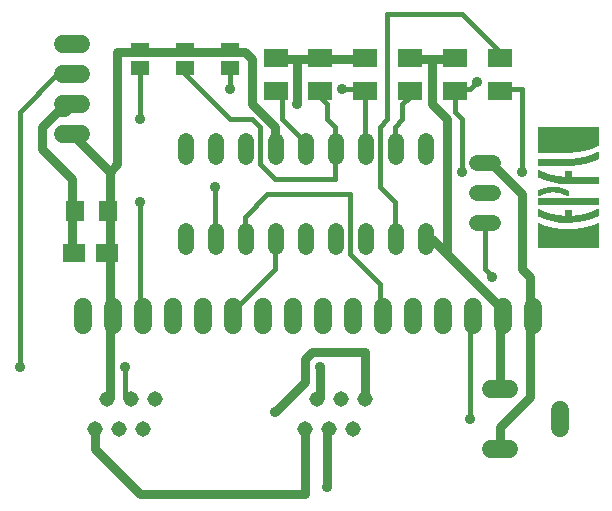
<source format=gtl>
G75*
G70*
%OFA0B0*%
%FSLAX24Y24*%
%IPPOS*%
%LPD*%
%AMOC8*
5,1,8,0,0,1.08239X$1,22.5*
%
%ADD10C,0.0010*%
%ADD11C,0.0520*%
%ADD12R,0.0787X0.0630*%
%ADD13R,0.0630X0.0460*%
%ADD14R,0.0768X0.0591*%
%ADD15R,0.0630X0.0709*%
%ADD16C,0.0600*%
%ADD17C,0.0515*%
%ADD18C,0.0594*%
%ADD19C,0.0315*%
%ADD20C,0.0350*%
%ADD21C,0.0157*%
D10*
X028858Y009464D02*
X028858Y010264D01*
X029094Y010178D01*
X029338Y010116D01*
X029587Y010078D01*
X029838Y010064D01*
X029878Y010064D01*
X030129Y010078D01*
X030378Y010116D01*
X030622Y010178D01*
X030858Y010264D01*
X030858Y009464D01*
X028858Y009464D01*
X028858Y009471D02*
X030858Y009471D01*
X030858Y009479D02*
X028858Y009479D01*
X028858Y009488D02*
X030858Y009488D01*
X030858Y009496D02*
X028858Y009496D01*
X028858Y009505D02*
X030858Y009505D01*
X030858Y009513D02*
X028858Y009513D01*
X028858Y009522D02*
X030858Y009522D01*
X030858Y009530D02*
X028858Y009530D01*
X028858Y009539D02*
X030858Y009539D01*
X030858Y009547D02*
X028858Y009547D01*
X028858Y009556D02*
X030858Y009556D01*
X030858Y009564D02*
X028858Y009564D01*
X028858Y009573D02*
X030858Y009573D01*
X030858Y009581D02*
X028858Y009581D01*
X028858Y009590D02*
X030858Y009590D01*
X030858Y009598D02*
X028858Y009598D01*
X028858Y009607D02*
X030858Y009607D01*
X030858Y009615D02*
X028858Y009615D01*
X028858Y009624D02*
X030858Y009624D01*
X030858Y009632D02*
X028858Y009632D01*
X028858Y009641D02*
X030858Y009641D01*
X030858Y009649D02*
X028858Y009649D01*
X028858Y009658D02*
X030858Y009658D01*
X030858Y009666D02*
X028858Y009666D01*
X028858Y009675D02*
X030858Y009675D01*
X030858Y009683D02*
X028858Y009683D01*
X028858Y009692D02*
X030858Y009692D01*
X030858Y009700D02*
X028858Y009700D01*
X028858Y009709D02*
X030858Y009709D01*
X030858Y009717D02*
X028858Y009717D01*
X028858Y009726D02*
X030858Y009726D01*
X030858Y009734D02*
X028858Y009734D01*
X028858Y009743D02*
X030858Y009743D01*
X030858Y009751D02*
X028858Y009751D01*
X028858Y009760D02*
X030858Y009760D01*
X030858Y009768D02*
X028858Y009768D01*
X028858Y009777D02*
X030858Y009777D01*
X030858Y009785D02*
X028858Y009785D01*
X028858Y009794D02*
X030858Y009794D01*
X030858Y009802D02*
X028858Y009802D01*
X028858Y009811D02*
X030858Y009811D01*
X030858Y009819D02*
X028858Y009819D01*
X028858Y009828D02*
X030858Y009828D01*
X030858Y009836D02*
X028858Y009836D01*
X028858Y009845D02*
X030858Y009845D01*
X030858Y009853D02*
X028858Y009853D01*
X028858Y009862D02*
X030858Y009862D01*
X030858Y009870D02*
X028858Y009870D01*
X028858Y009879D02*
X030858Y009879D01*
X030858Y009887D02*
X028858Y009887D01*
X028858Y009896D02*
X030858Y009896D01*
X030858Y009904D02*
X028858Y009904D01*
X028858Y009913D02*
X030858Y009913D01*
X030858Y009921D02*
X028858Y009921D01*
X028858Y009930D02*
X030858Y009930D01*
X030858Y009938D02*
X028858Y009938D01*
X028858Y009947D02*
X030858Y009947D01*
X030858Y009955D02*
X028858Y009955D01*
X028858Y009964D02*
X030858Y009964D01*
X030858Y009972D02*
X028858Y009972D01*
X028858Y009981D02*
X030858Y009981D01*
X030858Y009989D02*
X028858Y009989D01*
X028858Y009998D02*
X030858Y009998D01*
X030858Y010006D02*
X028858Y010006D01*
X028858Y010015D02*
X030858Y010015D01*
X030858Y010023D02*
X028858Y010023D01*
X028858Y010032D02*
X030858Y010032D01*
X030858Y010040D02*
X028858Y010040D01*
X028858Y010049D02*
X030858Y010049D01*
X030858Y010057D02*
X028858Y010057D01*
X028858Y010066D02*
X029808Y010066D01*
X029908Y010066D02*
X030858Y010066D01*
X030858Y010074D02*
X030066Y010074D01*
X030162Y010083D02*
X030858Y010083D01*
X030858Y010091D02*
X030218Y010091D01*
X030273Y010100D02*
X030858Y010100D01*
X030858Y010108D02*
X030329Y010108D01*
X030382Y010117D02*
X030858Y010117D01*
X030858Y010125D02*
X030415Y010125D01*
X030448Y010134D02*
X030858Y010134D01*
X030858Y010142D02*
X030481Y010142D01*
X030514Y010151D02*
X030858Y010151D01*
X030858Y010159D02*
X030548Y010159D01*
X030581Y010168D02*
X030858Y010168D01*
X030858Y010176D02*
X030614Y010176D01*
X030640Y010185D02*
X030858Y010185D01*
X030858Y010193D02*
X030663Y010193D01*
X030686Y010202D02*
X030858Y010202D01*
X030858Y010210D02*
X030710Y010210D01*
X030733Y010219D02*
X030858Y010219D01*
X030858Y010227D02*
X030757Y010227D01*
X030780Y010236D02*
X030858Y010236D01*
X030858Y010244D02*
X030803Y010244D01*
X030827Y010253D02*
X030858Y010253D01*
X030858Y010261D02*
X030850Y010261D01*
X030753Y010482D02*
X028963Y010482D01*
X028984Y010474D02*
X030732Y010474D01*
X030710Y010465D02*
X029005Y010465D01*
X029027Y010457D02*
X030689Y010457D01*
X030668Y010448D02*
X029048Y010448D01*
X029069Y010440D02*
X030646Y010440D01*
X030625Y010431D02*
X029091Y010431D01*
X029097Y010429D02*
X028858Y010524D01*
X028858Y010744D01*
X029072Y010648D01*
X029295Y010576D01*
X029525Y010528D01*
X029758Y010504D01*
X029758Y010704D01*
X029958Y010704D01*
X029958Y010504D01*
X030191Y010528D01*
X030421Y010576D01*
X030644Y010648D01*
X030858Y010744D01*
X030858Y010524D01*
X030623Y010431D01*
X030380Y010362D01*
X030130Y010320D01*
X029878Y010304D01*
X029858Y010304D01*
X029600Y010318D01*
X029346Y010360D01*
X029097Y010429D01*
X029119Y010423D02*
X030595Y010423D01*
X030565Y010414D02*
X029149Y010414D01*
X029180Y010406D02*
X030535Y010406D01*
X030504Y010397D02*
X029211Y010397D01*
X029241Y010389D02*
X030474Y010389D01*
X030444Y010380D02*
X029272Y010380D01*
X029303Y010372D02*
X030413Y010372D01*
X030383Y010363D02*
X029333Y010363D01*
X029376Y010355D02*
X030335Y010355D01*
X030285Y010346D02*
X029428Y010346D01*
X029480Y010338D02*
X030235Y010338D01*
X030185Y010329D02*
X029532Y010329D01*
X029584Y010321D02*
X030134Y010321D01*
X030005Y010312D02*
X029710Y010312D01*
X029723Y010508D02*
X028899Y010508D01*
X028920Y010499D02*
X030796Y010499D01*
X030817Y010508D02*
X029992Y010508D01*
X029958Y010508D02*
X029758Y010508D01*
X029758Y010516D02*
X029958Y010516D01*
X029958Y010525D02*
X029758Y010525D01*
X029758Y010533D02*
X029958Y010533D01*
X029958Y010542D02*
X029758Y010542D01*
X029758Y010550D02*
X029958Y010550D01*
X029958Y010559D02*
X029758Y010559D01*
X029758Y010567D02*
X029958Y010567D01*
X029958Y010576D02*
X029758Y010576D01*
X029758Y010584D02*
X029958Y010584D01*
X029958Y010593D02*
X029758Y010593D01*
X029758Y010601D02*
X029958Y010601D01*
X029958Y010610D02*
X029758Y010610D01*
X029758Y010618D02*
X029958Y010618D01*
X029958Y010627D02*
X029758Y010627D01*
X029758Y010635D02*
X029958Y010635D01*
X029958Y010644D02*
X029758Y010644D01*
X029758Y010652D02*
X029958Y010652D01*
X029958Y010661D02*
X029758Y010661D01*
X029758Y010669D02*
X029958Y010669D01*
X029958Y010678D02*
X029758Y010678D01*
X029758Y010686D02*
X029958Y010686D01*
X029958Y010695D02*
X029758Y010695D01*
X029758Y010703D02*
X029958Y010703D01*
X030077Y010516D02*
X030839Y010516D01*
X030858Y010525D02*
X030161Y010525D01*
X030217Y010533D02*
X030858Y010533D01*
X030858Y010542D02*
X030258Y010542D01*
X030298Y010550D02*
X030858Y010550D01*
X030858Y010559D02*
X030339Y010559D01*
X030379Y010567D02*
X030858Y010567D01*
X030858Y010576D02*
X030420Y010576D01*
X030446Y010584D02*
X030858Y010584D01*
X030858Y010593D02*
X030472Y010593D01*
X030499Y010601D02*
X030858Y010601D01*
X030858Y010610D02*
X030525Y010610D01*
X030551Y010618D02*
X030858Y010618D01*
X030858Y010627D02*
X030577Y010627D01*
X030603Y010635D02*
X030858Y010635D01*
X030858Y010644D02*
X030630Y010644D01*
X030653Y010652D02*
X030858Y010652D01*
X030858Y010661D02*
X030672Y010661D01*
X030691Y010669D02*
X030858Y010669D01*
X030858Y010678D02*
X030710Y010678D01*
X030729Y010686D02*
X030858Y010686D01*
X030858Y010695D02*
X030748Y010695D01*
X030767Y010703D02*
X030858Y010703D01*
X030858Y010712D02*
X030786Y010712D01*
X030805Y010720D02*
X030858Y010720D01*
X030858Y010729D02*
X030824Y010729D01*
X030843Y010737D02*
X030858Y010737D01*
X030858Y010904D02*
X028858Y010904D01*
X028858Y011104D01*
X030858Y011104D01*
X030858Y010904D01*
X030858Y010907D02*
X028858Y010907D01*
X028858Y010916D02*
X030858Y010916D01*
X030858Y010924D02*
X028858Y010924D01*
X028858Y010933D02*
X030858Y010933D01*
X030858Y010941D02*
X028858Y010941D01*
X028858Y010950D02*
X030858Y010950D01*
X030858Y010958D02*
X028858Y010958D01*
X028858Y010967D02*
X030858Y010967D01*
X030858Y010975D02*
X028858Y010975D01*
X028858Y010984D02*
X030858Y010984D01*
X030858Y010992D02*
X028858Y010992D01*
X028858Y011001D02*
X030858Y011001D01*
X030858Y011009D02*
X028858Y011009D01*
X028858Y011018D02*
X030858Y011018D01*
X030858Y011026D02*
X028858Y011026D01*
X028858Y011035D02*
X030858Y011035D01*
X030858Y011043D02*
X028858Y011043D01*
X028858Y011052D02*
X030858Y011052D01*
X030858Y011060D02*
X028858Y011060D01*
X028858Y011069D02*
X030858Y011069D01*
X030858Y011077D02*
X028858Y011077D01*
X028858Y011086D02*
X030858Y011086D01*
X030858Y011094D02*
X028858Y011094D01*
X028858Y011103D02*
X030858Y011103D01*
X030858Y011604D02*
X029858Y011604D01*
X029600Y011618D01*
X029346Y011660D01*
X029097Y011729D01*
X028858Y011824D01*
X028858Y012044D01*
X029072Y011948D01*
X029295Y011876D01*
X029525Y011828D01*
X029758Y011804D01*
X029758Y012004D01*
X029958Y012004D01*
X029958Y011804D01*
X030858Y011804D01*
X030858Y011604D01*
X029858Y011604D01*
X029700Y011613D02*
X030858Y011613D01*
X030858Y011621D02*
X029581Y011621D01*
X029529Y011630D02*
X030858Y011630D01*
X030858Y011638D02*
X029477Y011638D01*
X029425Y011647D02*
X030858Y011647D01*
X030858Y011655D02*
X029373Y011655D01*
X029331Y011664D02*
X030858Y011664D01*
X030858Y011672D02*
X029301Y011672D01*
X029270Y011681D02*
X030858Y011681D01*
X030858Y011689D02*
X029239Y011689D01*
X029209Y011698D02*
X030858Y011698D01*
X030858Y011706D02*
X029178Y011706D01*
X029147Y011715D02*
X030858Y011715D01*
X030858Y011723D02*
X029117Y011723D01*
X029089Y011732D02*
X030858Y011732D01*
X030858Y011740D02*
X029068Y011740D01*
X029047Y011749D02*
X030858Y011749D01*
X030858Y011757D02*
X029025Y011757D01*
X029004Y011766D02*
X030858Y011766D01*
X030858Y011774D02*
X028983Y011774D01*
X028961Y011783D02*
X030858Y011783D01*
X030858Y011791D02*
X028940Y011791D01*
X028919Y011800D02*
X030858Y011800D01*
X030623Y012331D02*
X030380Y012262D01*
X030130Y012220D01*
X029878Y012204D01*
X028858Y012204D01*
X028858Y012404D01*
X029958Y012404D01*
X030191Y012428D01*
X030421Y012476D01*
X030644Y012548D01*
X030858Y012644D01*
X030858Y012424D01*
X030623Y012331D01*
X030635Y012335D02*
X028858Y012335D01*
X028858Y012327D02*
X030610Y012327D01*
X030579Y012318D02*
X028858Y012318D01*
X028858Y012310D02*
X030549Y012310D01*
X030519Y012301D02*
X028858Y012301D01*
X028858Y012293D02*
X030488Y012293D01*
X030458Y012284D02*
X028858Y012284D01*
X028858Y012276D02*
X030428Y012276D01*
X030397Y012267D02*
X028858Y012267D01*
X028858Y012259D02*
X030359Y012259D01*
X030309Y012250D02*
X028858Y012250D01*
X028858Y012242D02*
X030259Y012242D01*
X030209Y012233D02*
X028858Y012233D01*
X028858Y012225D02*
X030158Y012225D01*
X030070Y012216D02*
X028858Y012216D01*
X028858Y012208D02*
X029934Y012208D01*
X029958Y012004D02*
X029758Y012004D01*
X029758Y011995D02*
X029958Y011995D01*
X029958Y011987D02*
X029758Y011987D01*
X029758Y011978D02*
X029958Y011978D01*
X029958Y011970D02*
X029758Y011970D01*
X029758Y011961D02*
X029958Y011961D01*
X029958Y011953D02*
X029758Y011953D01*
X029758Y011944D02*
X029958Y011944D01*
X029958Y011936D02*
X029758Y011936D01*
X029758Y011927D02*
X029958Y011927D01*
X029958Y011919D02*
X029758Y011919D01*
X029758Y011910D02*
X029958Y011910D01*
X029958Y011902D02*
X029758Y011902D01*
X029758Y011893D02*
X029958Y011893D01*
X029958Y011885D02*
X029758Y011885D01*
X029758Y011876D02*
X029958Y011876D01*
X029958Y011868D02*
X029758Y011868D01*
X029758Y011859D02*
X029958Y011859D01*
X029958Y011851D02*
X029758Y011851D01*
X029758Y011842D02*
X029958Y011842D01*
X029958Y011834D02*
X029758Y011834D01*
X029758Y011825D02*
X029958Y011825D01*
X029958Y011817D02*
X029758Y011817D01*
X029758Y011808D02*
X029958Y011808D01*
X029718Y011808D02*
X028897Y011808D01*
X028876Y011817D02*
X029634Y011817D01*
X029549Y011825D02*
X028858Y011825D01*
X028858Y011834D02*
X029496Y011834D01*
X029456Y011842D02*
X028858Y011842D01*
X028858Y011851D02*
X029415Y011851D01*
X029375Y011859D02*
X028858Y011859D01*
X028858Y011868D02*
X029334Y011868D01*
X029294Y011876D02*
X028858Y011876D01*
X028858Y011885D02*
X029268Y011885D01*
X029242Y011893D02*
X028858Y011893D01*
X028858Y011902D02*
X029216Y011902D01*
X029189Y011910D02*
X028858Y011910D01*
X028858Y011919D02*
X029163Y011919D01*
X029137Y011927D02*
X028858Y011927D01*
X028858Y011936D02*
X029111Y011936D01*
X029085Y011944D02*
X028858Y011944D01*
X028858Y011953D02*
X029062Y011953D01*
X029043Y011961D02*
X028858Y011961D01*
X028858Y011970D02*
X029024Y011970D01*
X029005Y011978D02*
X028858Y011978D01*
X028858Y011987D02*
X028986Y011987D01*
X028967Y011995D02*
X028858Y011995D01*
X028858Y012004D02*
X028948Y012004D01*
X028929Y012012D02*
X028858Y012012D01*
X028858Y012021D02*
X028910Y012021D01*
X028891Y012029D02*
X028858Y012029D01*
X028858Y012038D02*
X028872Y012038D01*
X028858Y012344D02*
X030656Y012344D01*
X030678Y012352D02*
X028858Y012352D01*
X028858Y012361D02*
X030699Y012361D01*
X030721Y012369D02*
X028858Y012369D01*
X028858Y012378D02*
X030742Y012378D01*
X030763Y012386D02*
X028858Y012386D01*
X028858Y012395D02*
X030785Y012395D01*
X030806Y012403D02*
X028858Y012403D01*
X028858Y012644D02*
X028858Y013464D01*
X030858Y013464D01*
X030858Y012884D01*
X030625Y012782D01*
X030382Y012707D01*
X030132Y012661D01*
X029878Y012644D01*
X028858Y012644D01*
X028858Y012650D02*
X029964Y012650D01*
X030091Y012658D02*
X028858Y012658D01*
X028858Y012667D02*
X030163Y012667D01*
X030209Y012675D02*
X028858Y012675D01*
X028858Y012684D02*
X030255Y012684D01*
X030301Y012692D02*
X028858Y012692D01*
X028858Y012701D02*
X030347Y012701D01*
X030389Y012709D02*
X028858Y012709D01*
X028858Y012718D02*
X030416Y012718D01*
X030444Y012726D02*
X028858Y012726D01*
X028858Y012735D02*
X030472Y012735D01*
X030499Y012743D02*
X028858Y012743D01*
X028858Y012752D02*
X030527Y012752D01*
X030555Y012760D02*
X028858Y012760D01*
X028858Y012769D02*
X030582Y012769D01*
X030610Y012777D02*
X028858Y012777D01*
X028858Y012786D02*
X030634Y012786D01*
X030653Y012794D02*
X028858Y012794D01*
X028858Y012803D02*
X030673Y012803D01*
X030692Y012811D02*
X028858Y012811D01*
X028858Y012820D02*
X030711Y012820D01*
X030731Y012828D02*
X028858Y012828D01*
X028858Y012837D02*
X030750Y012837D01*
X030769Y012845D02*
X028858Y012845D01*
X028858Y012854D02*
X030789Y012854D01*
X030808Y012862D02*
X028858Y012862D01*
X028858Y012871D02*
X030827Y012871D01*
X030847Y012879D02*
X028858Y012879D01*
X028858Y012888D02*
X030858Y012888D01*
X030858Y012896D02*
X028858Y012896D01*
X028858Y012905D02*
X030858Y012905D01*
X030858Y012913D02*
X028858Y012913D01*
X028858Y012922D02*
X030858Y012922D01*
X030858Y012930D02*
X028858Y012930D01*
X028858Y012939D02*
X030858Y012939D01*
X030858Y012947D02*
X028858Y012947D01*
X028858Y012956D02*
X030858Y012956D01*
X030858Y012964D02*
X028858Y012964D01*
X028858Y012973D02*
X030858Y012973D01*
X030858Y012981D02*
X028858Y012981D01*
X028858Y012990D02*
X030858Y012990D01*
X030858Y012998D02*
X028858Y012998D01*
X028858Y013007D02*
X030858Y013007D01*
X030858Y013015D02*
X028858Y013015D01*
X028858Y013024D02*
X030858Y013024D01*
X030858Y013032D02*
X028858Y013032D01*
X028858Y013041D02*
X030858Y013041D01*
X030858Y013049D02*
X028858Y013049D01*
X028858Y013058D02*
X030858Y013058D01*
X030858Y013066D02*
X028858Y013066D01*
X028858Y013075D02*
X030858Y013075D01*
X030858Y013083D02*
X028858Y013083D01*
X028858Y013092D02*
X030858Y013092D01*
X030858Y013100D02*
X028858Y013100D01*
X028858Y013109D02*
X030858Y013109D01*
X030858Y013117D02*
X028858Y013117D01*
X028858Y013126D02*
X030858Y013126D01*
X030858Y013134D02*
X028858Y013134D01*
X028858Y013143D02*
X030858Y013143D01*
X030858Y013151D02*
X028858Y013151D01*
X028858Y013160D02*
X030858Y013160D01*
X030858Y013168D02*
X028858Y013168D01*
X028858Y013177D02*
X030858Y013177D01*
X030858Y013185D02*
X028858Y013185D01*
X028858Y013194D02*
X030858Y013194D01*
X030858Y013202D02*
X028858Y013202D01*
X028858Y013211D02*
X030858Y013211D01*
X030858Y013219D02*
X028858Y013219D01*
X028858Y013228D02*
X030858Y013228D01*
X030858Y013236D02*
X028858Y013236D01*
X028858Y013245D02*
X030858Y013245D01*
X030858Y013253D02*
X028858Y013253D01*
X028858Y013262D02*
X030858Y013262D01*
X030858Y013270D02*
X028858Y013270D01*
X028858Y013279D02*
X030858Y013279D01*
X030858Y013287D02*
X028858Y013287D01*
X028858Y013296D02*
X030858Y013296D01*
X030858Y013304D02*
X028858Y013304D01*
X028858Y013313D02*
X030858Y013313D01*
X030858Y013321D02*
X028858Y013321D01*
X028858Y013330D02*
X030858Y013330D01*
X030858Y013338D02*
X028858Y013338D01*
X028858Y013347D02*
X030858Y013347D01*
X030858Y013355D02*
X028858Y013355D01*
X028858Y013364D02*
X030858Y013364D01*
X030858Y013372D02*
X028858Y013372D01*
X028858Y013381D02*
X030858Y013381D01*
X030858Y013389D02*
X028858Y013389D01*
X028858Y013398D02*
X030858Y013398D01*
X030858Y013406D02*
X028858Y013406D01*
X028858Y013415D02*
X030858Y013415D01*
X030858Y013423D02*
X028858Y013423D01*
X028858Y013432D02*
X030858Y013432D01*
X030858Y013440D02*
X028858Y013440D01*
X028858Y013449D02*
X030858Y013449D01*
X030858Y013457D02*
X028858Y013457D01*
X030033Y012412D02*
X030827Y012412D01*
X030849Y012420D02*
X030117Y012420D01*
X030196Y012429D02*
X030858Y012429D01*
X030858Y012437D02*
X030237Y012437D01*
X030277Y012446D02*
X030858Y012446D01*
X030858Y012454D02*
X030317Y012454D01*
X030358Y012463D02*
X030858Y012463D01*
X030858Y012471D02*
X030398Y012471D01*
X030432Y012480D02*
X030858Y012480D01*
X030858Y012488D02*
X030459Y012488D01*
X030485Y012497D02*
X030858Y012497D01*
X030858Y012505D02*
X030511Y012505D01*
X030537Y012514D02*
X030858Y012514D01*
X030858Y012522D02*
X030563Y012522D01*
X030590Y012531D02*
X030858Y012531D01*
X030858Y012539D02*
X030616Y012539D01*
X030642Y012548D02*
X030858Y012548D01*
X030858Y012556D02*
X030662Y012556D01*
X030681Y012565D02*
X030858Y012565D01*
X030858Y012573D02*
X030700Y012573D01*
X030719Y012582D02*
X030858Y012582D01*
X030858Y012590D02*
X030738Y012590D01*
X030757Y012599D02*
X030858Y012599D01*
X030858Y012607D02*
X030776Y012607D01*
X030795Y012616D02*
X030858Y012616D01*
X030858Y012624D02*
X030814Y012624D01*
X030833Y012633D02*
X030858Y012633D01*
X030858Y012641D02*
X030852Y012641D01*
X029858Y011344D02*
X029858Y011214D01*
X029788Y011214D01*
X029691Y011261D01*
X029590Y011295D01*
X029485Y011316D01*
X029378Y011324D01*
X029338Y011324D01*
X029228Y011315D01*
X029120Y011292D01*
X029016Y011255D01*
X028918Y011204D01*
X028858Y011204D01*
X028858Y011344D01*
X028975Y011404D01*
X029099Y011447D01*
X029227Y011474D01*
X029358Y011484D01*
X029489Y011474D01*
X029617Y011447D01*
X029741Y011404D01*
X029858Y011344D01*
X029858Y011341D02*
X028858Y011341D01*
X028858Y011332D02*
X029858Y011332D01*
X029858Y011324D02*
X029381Y011324D01*
X029335Y011324D02*
X028858Y011324D01*
X028858Y011315D02*
X029230Y011315D01*
X029189Y011307D02*
X028858Y011307D01*
X028858Y011298D02*
X029149Y011298D01*
X029114Y011290D02*
X028858Y011290D01*
X028858Y011281D02*
X029090Y011281D01*
X029066Y011273D02*
X028858Y011273D01*
X028858Y011264D02*
X029043Y011264D01*
X029019Y011256D02*
X028858Y011256D01*
X028858Y011247D02*
X029001Y011247D01*
X028985Y011239D02*
X028858Y011239D01*
X028858Y011230D02*
X028968Y011230D01*
X028952Y011222D02*
X028858Y011222D01*
X028858Y011213D02*
X028935Y011213D01*
X028919Y011205D02*
X028858Y011205D01*
X028868Y011349D02*
X029848Y011349D01*
X029831Y011358D02*
X028885Y011358D01*
X028902Y011366D02*
X029814Y011366D01*
X029797Y011375D02*
X028918Y011375D01*
X028935Y011383D02*
X029781Y011383D01*
X029764Y011392D02*
X028952Y011392D01*
X028969Y011400D02*
X029747Y011400D01*
X029726Y011409D02*
X028990Y011409D01*
X029014Y011417D02*
X029702Y011417D01*
X029678Y011426D02*
X029038Y011426D01*
X029062Y011434D02*
X029654Y011434D01*
X029630Y011443D02*
X029086Y011443D01*
X029118Y011451D02*
X029598Y011451D01*
X029557Y011460D02*
X029159Y011460D01*
X029199Y011468D02*
X029517Y011468D01*
X029455Y011477D02*
X029261Y011477D01*
X029491Y011315D02*
X029858Y011315D01*
X029858Y011307D02*
X029533Y011307D01*
X029575Y011298D02*
X029858Y011298D01*
X029858Y011290D02*
X029606Y011290D01*
X029632Y011281D02*
X029858Y011281D01*
X029858Y011273D02*
X029657Y011273D01*
X029682Y011264D02*
X029858Y011264D01*
X029858Y011256D02*
X029702Y011256D01*
X029720Y011247D02*
X029858Y011247D01*
X029858Y011239D02*
X029737Y011239D01*
X029755Y011230D02*
X029858Y011230D01*
X029858Y011222D02*
X029772Y011222D01*
X029639Y010516D02*
X028877Y010516D01*
X028858Y010525D02*
X029555Y010525D01*
X029499Y010533D02*
X028858Y010533D01*
X028858Y010542D02*
X029458Y010542D01*
X029418Y010550D02*
X028858Y010550D01*
X028858Y010559D02*
X029377Y010559D01*
X029337Y010567D02*
X028858Y010567D01*
X028858Y010576D02*
X029296Y010576D01*
X029270Y010584D02*
X028858Y010584D01*
X028858Y010593D02*
X029243Y010593D01*
X029217Y010601D02*
X028858Y010601D01*
X028858Y010610D02*
X029191Y010610D01*
X029165Y010618D02*
X028858Y010618D01*
X028858Y010627D02*
X029139Y010627D01*
X029112Y010635D02*
X028858Y010635D01*
X028858Y010644D02*
X029086Y010644D01*
X029063Y010652D02*
X028858Y010652D01*
X028858Y010661D02*
X029044Y010661D01*
X029025Y010669D02*
X028858Y010669D01*
X028858Y010678D02*
X029006Y010678D01*
X028987Y010686D02*
X028858Y010686D01*
X028858Y010695D02*
X028968Y010695D01*
X028949Y010703D02*
X028858Y010703D01*
X028858Y010712D02*
X028930Y010712D01*
X028911Y010720D02*
X028858Y010720D01*
X028858Y010729D02*
X028892Y010729D01*
X028873Y010737D02*
X028858Y010737D01*
X028941Y010491D02*
X030774Y010491D01*
X029650Y010074D02*
X028858Y010074D01*
X028858Y010083D02*
X029554Y010083D01*
X029498Y010091D02*
X028858Y010091D01*
X028858Y010100D02*
X029443Y010100D01*
X029387Y010108D02*
X028858Y010108D01*
X028858Y010117D02*
X029334Y010117D01*
X029301Y010125D02*
X028858Y010125D01*
X028858Y010134D02*
X029268Y010134D01*
X029235Y010142D02*
X028858Y010142D01*
X028858Y010151D02*
X029201Y010151D01*
X029168Y010159D02*
X028858Y010159D01*
X028858Y010168D02*
X029135Y010168D01*
X029102Y010176D02*
X028858Y010176D01*
X028858Y010185D02*
X029076Y010185D01*
X029053Y010193D02*
X028858Y010193D01*
X028858Y010202D02*
X029029Y010202D01*
X029006Y010210D02*
X028858Y010210D01*
X028858Y010219D02*
X028983Y010219D01*
X028959Y010227D02*
X028858Y010227D01*
X028858Y010236D02*
X028936Y010236D01*
X028913Y010244D02*
X028858Y010244D01*
X028858Y010253D02*
X028889Y010253D01*
X028866Y010261D02*
X028858Y010261D01*
D11*
X027358Y010283D02*
X026838Y010283D01*
X026838Y011283D02*
X027358Y011283D01*
X027358Y012283D02*
X026838Y012283D01*
X025148Y012473D02*
X025148Y012993D01*
X024148Y012993D02*
X024148Y012473D01*
X023148Y012473D02*
X023148Y012993D01*
X022148Y012993D02*
X022148Y012473D01*
X021148Y012473D02*
X021148Y012993D01*
X020148Y012993D02*
X020148Y012473D01*
X019148Y012473D02*
X019148Y012993D01*
X018148Y012993D02*
X018148Y012473D01*
X017148Y012473D02*
X017148Y012993D01*
X017148Y009993D02*
X017148Y009473D01*
X018148Y009473D02*
X018148Y009993D01*
X019148Y009993D02*
X019148Y009473D01*
X020148Y009473D02*
X020148Y009993D01*
X021148Y009993D02*
X021148Y009473D01*
X022148Y009473D02*
X022148Y009993D01*
X023148Y009993D02*
X023148Y009473D01*
X024148Y009473D02*
X024148Y009993D01*
X025148Y009993D02*
X025148Y009473D01*
D12*
X024598Y014681D03*
X023098Y014681D03*
X021598Y014681D03*
X020148Y014681D03*
X020148Y015784D03*
X021598Y015784D03*
X023098Y015784D03*
X024598Y015784D03*
X026098Y015784D03*
X027598Y015784D03*
X027598Y014681D03*
X026098Y014681D03*
D13*
X018598Y015433D03*
X018598Y016033D03*
X017098Y016033D03*
X017098Y015433D03*
X015598Y015433D03*
X015598Y016033D03*
D14*
X014489Y009283D03*
X013407Y009283D03*
D15*
X013447Y010683D03*
X014549Y010683D03*
D16*
X014698Y007453D02*
X014698Y006853D01*
X013698Y006853D02*
X013698Y007453D01*
X015698Y007453D02*
X015698Y006853D01*
X016698Y006853D02*
X016698Y007453D01*
X017698Y007453D02*
X017698Y006853D01*
X018698Y006853D02*
X018698Y007453D01*
X019698Y007453D02*
X019698Y006853D01*
X020698Y006853D02*
X020698Y007453D01*
X021698Y007453D02*
X021698Y006853D01*
X022698Y006853D02*
X022698Y007453D01*
X023698Y007453D02*
X023698Y006853D01*
X024698Y006853D02*
X024698Y007453D01*
X025698Y007453D02*
X025698Y006853D01*
X026698Y006853D02*
X026698Y007453D01*
X027698Y007453D02*
X027698Y006853D01*
X028698Y006853D02*
X028698Y007453D01*
X027898Y004733D02*
X027298Y004733D01*
X029598Y004033D02*
X029598Y003433D01*
X027898Y002733D02*
X027298Y002733D01*
D17*
X023098Y004388D03*
X022295Y004388D03*
X021492Y004388D03*
X021098Y003388D03*
X021901Y003388D03*
X022704Y003388D03*
X016098Y004388D03*
X015295Y004388D03*
X014492Y004388D03*
X014098Y003388D03*
X014901Y003388D03*
X015704Y003388D03*
D18*
X013645Y013233D02*
X013051Y013233D01*
X013051Y014233D02*
X013645Y014233D01*
X013645Y015233D02*
X013051Y015233D01*
X013051Y016233D02*
X013645Y016233D01*
D19*
X014848Y015983D02*
X014848Y012233D01*
X014598Y011983D01*
X014598Y010733D01*
X014549Y010683D01*
X014598Y010483D01*
X014598Y009483D01*
X014489Y009283D01*
X014598Y009233D01*
X014598Y007233D01*
X014698Y007153D01*
X014598Y006983D01*
X014598Y004483D01*
X014492Y004388D01*
X014098Y003388D02*
X014098Y002733D01*
X015598Y001233D01*
X021098Y001233D01*
X021098Y003388D01*
X021848Y003233D02*
X021901Y003388D01*
X021848Y003233D02*
X021848Y001483D01*
X020098Y003983D02*
X021098Y004983D01*
X021098Y005733D01*
X021348Y005983D01*
X023098Y005983D01*
X023098Y004388D01*
X021598Y004483D02*
X021492Y004388D01*
X021598Y004483D02*
X021598Y005483D01*
X025848Y009233D02*
X025348Y009733D01*
X025148Y009733D01*
X025848Y009233D02*
X025848Y013733D01*
X025348Y014233D01*
X025348Y015733D01*
X024598Y015733D01*
X024598Y015784D01*
X025348Y015733D02*
X026098Y015733D01*
X026098Y015784D01*
X023098Y015733D02*
X023098Y015784D01*
X023098Y015733D02*
X021598Y015733D01*
X021598Y015784D01*
X021598Y015733D02*
X020848Y015733D01*
X020848Y014233D01*
X020098Y013483D02*
X019348Y014233D01*
X019348Y015733D01*
X019098Y015983D01*
X018598Y015983D01*
X018598Y016033D01*
X018598Y015983D02*
X017098Y015983D01*
X017098Y016033D01*
X017098Y015983D02*
X015598Y015983D01*
X015598Y016033D01*
X015598Y015983D02*
X014848Y015983D01*
X013348Y014233D02*
X013098Y013983D01*
X012848Y013983D01*
X012348Y013483D01*
X012348Y012733D01*
X013348Y011733D01*
X013348Y010733D01*
X013447Y010683D01*
X013348Y010483D01*
X013348Y009483D01*
X013407Y009283D01*
X014598Y011983D02*
X013348Y013233D01*
X020098Y013483D02*
X020098Y012733D01*
X020148Y012733D01*
X020348Y015733D02*
X020148Y015784D01*
X020348Y015733D02*
X020848Y015733D01*
X027098Y012283D02*
X027098Y012233D01*
X027348Y012233D01*
X028348Y011233D01*
X028348Y008733D01*
X028598Y008483D01*
X028598Y007233D01*
X028698Y007153D01*
X028598Y006983D01*
X028598Y004483D01*
X027598Y003483D01*
X027598Y002733D01*
X027598Y004733D02*
X027598Y006983D01*
X027698Y007153D01*
X027598Y007233D01*
X027598Y007483D01*
X025848Y009233D01*
D20*
X011598Y005483D03*
X015098Y005483D03*
X020098Y003983D03*
X021598Y005483D03*
X026598Y003733D03*
X021848Y001483D03*
X027348Y008483D03*
X026348Y011983D03*
X028348Y011983D03*
X026848Y014983D03*
X022348Y014733D03*
X020848Y014233D03*
X018598Y014733D03*
X015598Y013733D03*
X018098Y011483D03*
X015598Y010983D03*
D21*
X015598Y007233D01*
X015698Y007153D01*
X015098Y005483D02*
X015098Y004483D01*
X015295Y004388D01*
X011598Y005483D02*
X011598Y013983D01*
X012848Y015233D01*
X013348Y015233D01*
X015598Y015433D02*
X015598Y013733D01*
X017098Y015233D02*
X017098Y015433D01*
X017098Y015233D02*
X018598Y013733D01*
X019348Y013733D01*
X019598Y013483D01*
X019598Y012233D01*
X020098Y011733D01*
X022098Y011733D01*
X022098Y012733D01*
X022148Y012733D01*
X022098Y012733D02*
X022098Y013483D01*
X021848Y013733D01*
X021848Y014233D01*
X021598Y014483D01*
X021598Y014681D01*
X022348Y014733D02*
X023098Y014733D01*
X023098Y014681D01*
X023098Y012733D01*
X023148Y012733D01*
X024098Y012733D02*
X024148Y012733D01*
X024098Y012733D02*
X024098Y013483D01*
X024348Y013733D01*
X024348Y014233D01*
X024598Y014483D01*
X024598Y014681D01*
X023848Y013733D02*
X023598Y013483D01*
X023598Y011483D01*
X024098Y010983D01*
X024098Y009733D01*
X024148Y009733D01*
X023598Y008233D02*
X022598Y009233D01*
X022598Y011233D01*
X019848Y011233D01*
X019098Y010483D01*
X019098Y009733D01*
X019148Y009733D01*
X020098Y009733D02*
X020148Y009733D01*
X020098Y009733D02*
X020098Y008733D01*
X018848Y007483D01*
X018848Y007233D01*
X018698Y007153D01*
X018148Y009733D02*
X018098Y009733D01*
X018098Y011483D01*
X020348Y013733D02*
X021098Y012983D01*
X021098Y012733D01*
X021148Y012733D01*
X020348Y013733D02*
X020348Y014483D01*
X020148Y014681D01*
X018598Y014733D02*
X018598Y015433D01*
X023848Y013733D02*
X023848Y017233D01*
X026348Y017233D01*
X027598Y015983D01*
X027598Y015784D01*
X026848Y014983D02*
X026598Y014733D01*
X026098Y014733D01*
X026098Y014681D01*
X026098Y013983D01*
X026348Y013733D01*
X026348Y011983D01*
X028348Y011983D02*
X028348Y014733D01*
X027598Y014733D01*
X027598Y014681D01*
X027098Y010283D02*
X027098Y008733D01*
X027348Y008483D01*
X026698Y007153D02*
X026598Y006983D01*
X026598Y003733D01*
X023698Y007153D02*
X023598Y007233D01*
X023598Y008233D01*
M02*

</source>
